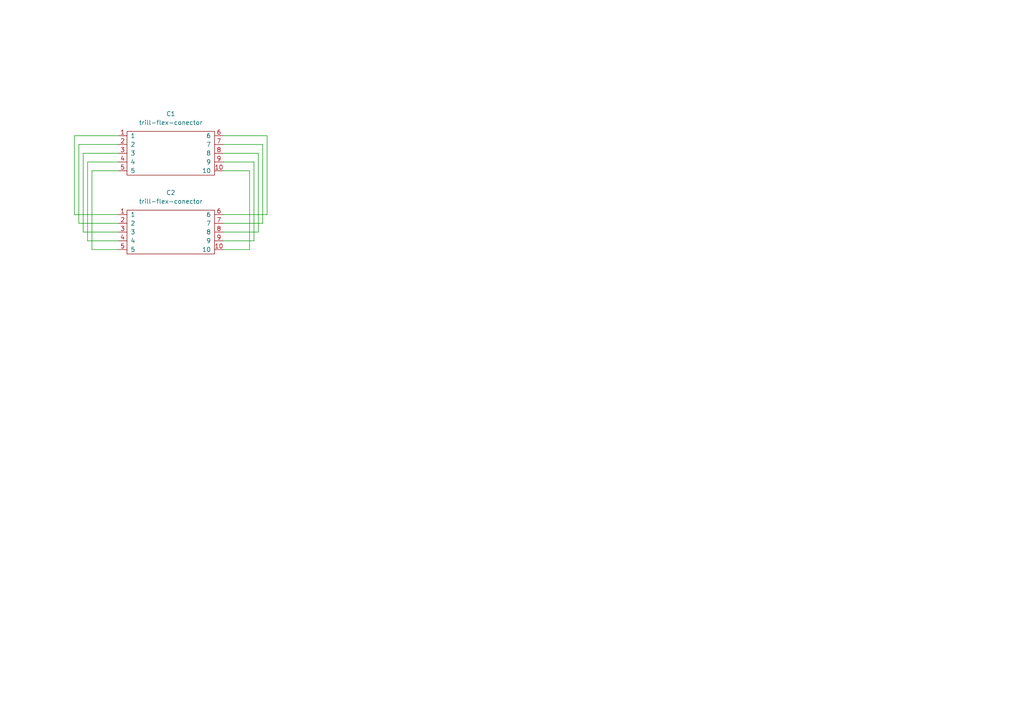
<source format=kicad_sch>
(kicad_sch (version 20250114) (generator "eeschema") (generator_version "9.0")
  (paper "A4")
  (lib_symbols
    (symbol "trill-flex-conector_1" (pin_names (offset 1.016))
      (property "Reference" "C1" (at 0 3.81 0))
      (property "Value" "trill-flex-conector" (at 0 1.27 0))
      (symbol "trill-flex-conector_1_0_1"
        (rectangle (start -12.7 -1.27) (end 12.7 -13.97))
      )
      (symbol "trill-flex-conector_1_1_1"
        (pin input line (at -15.24 -2.54 0) (length 2.54) (name "1") (number "1"))
        (pin input line (at -15.24 -5.08 0) (length 2.54) (name "2") (number "2"))
        (pin input line (at -15.24 -7.62 0) (length 2.54) (name "3") (number "3"))
        (pin input line (at -15.24 -10.16 0) (length 2.54) (name "4") (number "4"))
        (pin input line (at -15.24 -12.7 0) (length 2.54) (name "5") (number "5"))
        (pin input line (at 15.24 -2.54 180) (length 2.54) (name "6") (number "6"))
        (pin input line (at 15.24 -5.08 180) (length 2.54) (name "7") (number "7"))
        (pin input line (at 15.24 -7.62 180) (length 2.54) (name "8") (number "8"))
        (pin input line (at 15.24 -10.16 180) (length 2.54) (name "9") (number "9"))
        (pin input line (at 15.24 -12.7 180) (length 2.54) (name "10") (number "10"))
      )
    )
    (symbol "trill-flex:trill-flex-conector" (pin_names (offset 1.016))
      (property "Reference" "C2" (at 0 3.81 0))
      (property "Value" "trill-flex-conector" (at 0 1.27 0))
      (symbol "trill-flex-conector_0_1"
        (rectangle (start -12.7 -1.27) (end 12.7 -13.97))
      )
      (symbol "trill-flex-conector_1_1"
        (pin input line (at -15.24 -2.54 0) (length 2.54) (name "1") (number "1"))
        (pin input line (at -15.24 -5.08 0) (length 2.54) (name "2") (number "2"))
        (pin input line (at -15.24 -7.62 0) (length 2.54) (name "3") (number "3"))
        (pin input line (at -15.24 -10.16 0) (length 2.54) (name "4") (number "4"))
        (pin input line (at -15.24 -12.7 0) (length 2.54) (name "5") (number "5"))
        (pin input line (at 15.24 -2.54 180) (length 2.54) (name "6") (number "6"))
        (pin input line (at 15.24 -5.08 180) (length 2.54) (name "7") (number "7"))
        (pin input line (at 15.24 -7.62 180) (length 2.54) (name "8") (number "8"))
        (pin input line (at 15.24 -10.16 180) (length 2.54) (name "9") (number "9"))
        (pin input line (at 15.24 -12.7 180) (length 2.54) (name "10") (number "10"))
      )
    )
  )
  (wire (pts (xy 22.86 41.91) (xy 22.86 64.77)))
  (wire (pts (xy 34.29 46.99) (xy 25.4 46.99)))
  (wire (pts (xy 34.29 49.53) (xy 26.67 49.53)))
  (wire (pts (xy 73.66 46.99) (xy 73.66 69.85)))
  (wire (pts (xy 77.47 39.37) (xy 77.47 62.23)))
  (wire (pts (xy 21.59 39.37) (xy 21.59 62.23)))
  (wire (pts (xy 21.59 62.23) (xy 34.29 62.23)))
  (wire (pts (xy 64.77 41.91) (xy 76.2 41.91)))
  (wire (pts (xy 24.13 67.31) (xy 34.29 67.31)))
  (wire (pts (xy 34.29 39.37) (xy 21.59 39.37)))
  (wire (pts (xy 76.2 41.91) (xy 76.2 64.77)))
  (wire (pts (xy 64.77 39.37) (xy 77.47 39.37)))
  (wire (pts (xy 64.77 46.99) (xy 73.66 46.99)))
  (wire (pts (xy 26.67 49.53) (xy 26.67 72.39)))
  (wire (pts (xy 25.4 46.99) (xy 25.4 69.85)))
  (wire (pts (xy 77.47 62.23) (xy 64.77 62.23)))
  (wire (pts (xy 76.2 64.77) (xy 64.77 64.77)))
  (wire (pts (xy 72.39 72.39) (xy 72.39 49.53)))
  (wire (pts (xy 64.77 72.39) (xy 72.39 72.39)))
  (wire (pts (xy 34.29 44.45) (xy 24.13 44.45)))
  (wire (pts (xy 72.39 49.53) (xy 64.77 49.53)))
  (wire (pts (xy 73.66 69.85) (xy 64.77 69.85)))
  (wire (pts (xy 64.77 44.45) (xy 74.93 44.45)))
  (wire (pts (xy 24.13 44.45) (xy 24.13 67.31)))
  (wire (pts (xy 25.4 69.85) (xy 34.29 69.85)))
  (wire (pts (xy 22.86 64.77) (xy 34.29 64.77)))
  (wire (pts (xy 26.67 72.39) (xy 34.29 72.39)))
  (wire (pts (xy 74.93 44.45) (xy 74.93 67.31)))
  (wire (pts (xy 34.29 41.91) (xy 22.86 41.91)))
  (wire (pts (xy 74.93 67.31) (xy 64.77 67.31)))
  (symbol (lib_id "trill-flex:trill-flex-conector") (at 49.53 59.69 0) (unit 1)
    (property "Reference" "C2" (at 49.53 55.88 0))
    (property "Value" "trill-flex-conector" (at 49.53 58.42 0))
    (property "Footprint" "trill-flex:trill_flex_longv2" (effects (hide yes)))
  )
  (symbol (lib_name "trill-flex-conector_1") (lib_id "trill-flex:trill-flex-conector") (at 49.53 36.83 0) (unit 1)
    (property "Reference" "C1" (at 49.53 33.02 0))
    (property "Value" "trill-flex-conector" (at 49.53 35.56 0))
    (property "Footprint" "trill-flex:trill_flex_longv2" (effects (hide yes)))
  )
)
</source>
